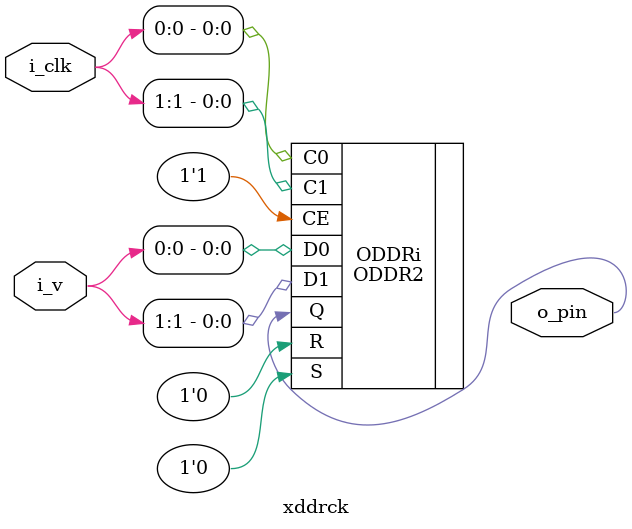
<source format=v>
module	xddrck(i_clk, i_v, o_pin);
	input	[1:0]	i_clk;
	input	[1:0]	i_v;
	output		o_pin;

	wire	w_internal;
	reg	last;

	ODDR2 #(
		.DDR_ALIGNMENT("C0"),
		.INIT(1'b1),
		.SRTYPE("ASYNC")
	) ODDRi(
		.Q(o_pin),
		.CE(1'b1),
		.C0(i_clk[0]),
		.D0(i_v[0]),	// Negative clock edge (goes first)
		.C1(i_clk[1]),
		.D1(i_v[1]),	// Positive clock edge
		.R(1'b0),
		.S(1'b0));

endmodule

</source>
